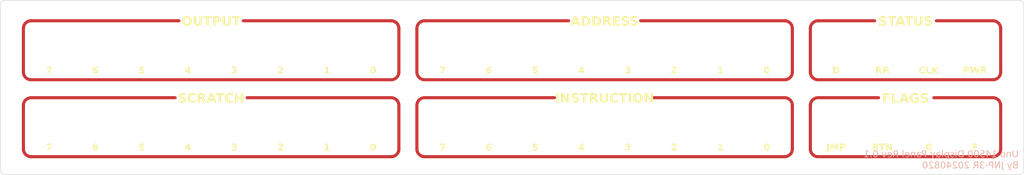
<source format=kicad_pcb>
(kicad_pcb (version 20240108) (generator "pcbnew") (generator_version "8.0")
  (layers (0 "F.Cu" signal) (31 "B.Cu" signal) (34 "B.Paste" user) (35 "F.Paste" user) (36 "B.SilkS" user "B.Silkscreen") (37 "F.SilkS" user "F.Silkscreen") (38 "B.Mask" user) (39 "F.Mask" user) (44 "Edge.Cuts" user))
  (net 0 "")
  (footprint "" (layer "F.Cu") (at 213 95)
    (property "Reference" "" (at 0 0 0) (layer "F.SilkS") (effects (font (size 1.27 1.27))))
    (property "Value" "")
    (pad "" np_thru_hole circle (at 0 0) (size 5.5 5.5) (drill 5.5) (layers "F&B.Cu" "*.Mask"))
  )
  (footprint "" (layer "F.Cu") (at 60 80)
    (property "Reference" "" (at 0 0 0) (layer "F.SilkS") (effects (font (size 1.27 1.27))))
    (property "Value" "")
    (pad "" np_thru_hole circle (at 0 0) (size 5.5 5.5) (drill 5.5) (layers "F&B.Cu" "*.Mask"))
  )
  (footprint "" (layer "F.Cu") (at 163.475 80)
    (property "Reference" "" (at 0 0 0) (layer "F.SilkS") (effects (font (size 1.27 1.27))))
    (property "Value" "")
    (pad "" np_thru_hole circle (at 0 0) (size 5.5 5.5) (drill 5.5) (layers "F&B.Cu" "*.Mask"))
  )
  (footprint "" (layer "F.Cu") (at 105 95)
    (property "Reference" "" (at 0 0 0) (layer "F.SilkS") (effects (font (size 1.27 1.27))))
    (property "Value" "")
    (pad "" np_thru_hole circle (at 0 0) (size 5.5 5.5) (drill 5.5) (layers "F&B.Cu" "*.Mask"))
  )
  (footprint "" (layer "F.Cu") (at 87 80)
    (property "Reference" "" (at 0 0 0) (layer "F.SilkS") (effects (font (size 1.27 1.27))))
    (property "Value" "")
    (pad "" np_thru_hole circle (at 0 0) (size 5.5 5.5) (drill 5.5) (layers "F&B.Cu" "*.Mask"))
  )
  (footprint "MountingHole:MountingHole_3mm" (layer "F.Cu") (at 245.5 87.5)
    (property "Reference" "REF**" (hide yes))
    (property "Value" "MountingHole_3mm" (hide yes))
    (pad "" np_thru_hole circle (at 0 0) (size 3 3) (drill 3) (layers "F&B.Cu" "*.Mask"))
  )
  (footprint "" (layer "F.Cu") (at 145.475 95)
    (property "Reference" "" (at 0 0 0) (layer "F.SilkS") (effects (font (size 1.27 1.27))))
    (property "Value" "")
    (pad "" np_thru_hole circle (at 0 0) (size 5.5 5.5) (drill 5.5) (layers "F&B.Cu" "*.Mask"))
  )
  (footprint "" (layer "F.Cu") (at 231 80)
    (property "Reference" "" (at 0 0 0) (layer "F.SilkS") (effects (font (size 1.27 1.27))))
    (property "Value" "")
    (pad "" np_thru_hole circle (at 0 0) (size 5.5 5.5) (drill 5.5) (layers "F&B.Cu" "*.Mask"))
  )
  (footprint "" (layer "F.Cu") (at 172.475 80)
    (property "Reference" "" (at 0 0 0) (layer "F.SilkS") (effects (font (size 1.27 1.27))))
    (property "Value" "")
    (pad "" np_thru_hole circle (at 0 0) (size 5.5 5.5) (drill 5.5) (layers "F&B.Cu" "*.Mask"))
  )
  (footprint "" (layer "F.Cu") (at 69 95)
    (property "Reference" "" (at 0 0 0) (layer "F.SilkS") (effects (font (size 1.27 1.27))))
    (property "Value" "")
    (pad "" np_thru_hole circle (at 0 0) (size 5.5 5.5) (drill 5.5) (layers "F&B.Cu" "*.Mask"))
  )
  (footprint "" (layer "F.Cu") (at 240 80)
    (property "Reference" "" (at 0 0 0) (layer "F.SilkS") (effects (font (size 1.27 1.27))))
    (property "Value" "")
    (pad "" np_thru_hole circle (at 0 0) (size 5.5 5.5) (drill 5.5) (layers "F&B.Cu" "*.Mask"))
  )
  (footprint "" (layer "F.Cu") (at 78 95)
    (property "Reference" "" (at 0 0 0) (layer "F.SilkS") (effects (font (size 1.27 1.27))))
    (property "Value" "")
    (pad "" np_thru_hole circle (at 0 0) (size 5.5 5.5) (drill 5.5) (layers "F&B.Cu" "*.Mask"))
  )
  (footprint "" (layer "F.Cu") (at 154.475 80)
    (property "Reference" "" (at 0 0 0) (layer "F.SilkS") (effects (font (size 1.27 1.27))))
    (property "Value" "")
    (pad "" np_thru_hole circle (at 0 0) (size 5.5 5.5) (drill 5.5) (layers "F&B.Cu" "*.Mask"))
  )
  (footprint "" (layer "F.Cu") (at 154.475 95)
    (property "Reference" "" (at 0 0 0) (layer "F.SilkS") (effects (font (size 1.27 1.27))))
    (property "Value" "")
    (pad "" np_thru_hole circle (at 0 0) (size 5.5 5.5) (drill 5.5) (layers "F&B.Cu" "*.Mask"))
  )
  (footprint "" (layer "F.Cu") (at 123 80)
    (property "Reference" "" (at 0 0 0) (layer "F.SilkS") (effects (font (size 1.27 1.27))))
    (property "Value" "")
    (pad "" np_thru_hole circle (at 0 0) (size 5.5 5.5) (drill 5.5) (layers "F&B.Cu" "*.Mask"))
  )
  (footprint "" (layer "F.Cu") (at 163.475 95)
    (property "Reference" "" (at 0 0 0) (layer "F.SilkS") (effects (font (size 1.27 1.27))))
    (property "Value" "")
    (pad "" np_thru_hole circle (at 0 0) (size 5.5 5.5) (drill 5.5) (layers "F&B.Cu" "*.Mask"))
  )
  (footprint "" (layer "F.Cu") (at 231 95)
    (property "Reference" "" (at 0 0 0) (layer "F.SilkS") (effects (font (size 1.27 1.27))))
    (property "Value" "")
    (pad "" np_thru_hole circle (at 0 0) (size 5.5 5.5) (drill 5.5) (layers "F&B.Cu" "*.Mask"))
  )
  (footprint "" (layer "F.Cu") (at 199.475 95)
    (property "Reference" "" (at 0 0 0) (layer "F.SilkS") (effects (font (size 1.27 1.27))))
    (property "Value" "")
    (pad "" np_thru_hole circle (at 0 0) (size 5.5 5.5) (drill 5.5) (layers "F&B.Cu" "*.Mask"))
  )
  (footprint "" (layer "F.Cu") (at 69 80)
    (property "Reference" "" (at 0 0 0) (layer "F.SilkS") (effects (font (size 1.27 1.27))))
    (property "Value" "")
    (pad "" np_thru_hole circle (at 0 0) (size 5.5 5.5) (drill 5.5) (layers "F&B.Cu" "*.Mask"))
  )
  (footprint "" (layer "F.Cu") (at 136.475 80)
    (property "Reference" "" (at 0 0 0) (layer "F.SilkS") (effects (font (size 1.27 1.27))))
    (property "Value" "")
    (pad "" np_thru_hole circle (at 0 0) (size 5.5 5.5) (drill 5.5) (layers "F&B.Cu" "*.Mask"))
  )
  (footprint "" (layer "F.Cu") (at 136.475 95)
    (property "Reference" "" (at 0 0 0) (layer "F.SilkS") (effects (font (size 1.27 1.27))))
    (property "Value" "")
    (pad "" np_thru_hole circle (at 0 0) (size 5.5 5.5) (drill 5.5) (layers "F&B.Cu" "*.Mask"))
  )
  (footprint "" (layer "F.Cu") (at 222 95)
    (property "Reference" "" (at 0 0 0) (layer "F.SilkS") (effects (font (size 1.27 1.27))))
    (property "Value" "")
    (pad "" np_thru_hole circle (at 0 0) (size 5.5 5.5) (drill 5.5) (layers "F&B.Cu" "*.Mask"))
  )
  (footprint "" (layer "F.Cu") (at 96 80)
    (property "Reference" "" (at 0 0 0) (layer "F.SilkS") (effects (font (size 1.27 1.27))))
    (property "Value" "")
    (pad "" np_thru_hole circle (at 0 0) (size 5.5 5.5) (drill 5.5) (layers "F&B.Cu" "*.Mask"))
  )
  (footprint "" (layer "F.Cu") (at 60 95)
    (property "Reference" "" (at 0 0 0) (layer "F.SilkS") (effects (font (size 1.27 1.27))))
    (property "Value" "")
    (pad "" np_thru_hole circle (at 0 0) (size 5.5 5.5) (drill 5.5) (layers "F&B.Cu" "*.Mask"))
  )
  (footprint "" (layer "F.Cu") (at 222 80)
    (property "Reference" "" (at 0 0 0) (layer "F.SilkS") (effects (font (size 1.27 1.27))))
    (property "Value" "")
    (pad "" np_thru_hole circle (at 0 0) (size 5.5 5.5) (drill 5.5) (layers "F&B.Cu" "*.Mask"))
  )
  (footprint "" (layer "F.Cu") (at 213 80)
    (property "Reference" "" (at 0 0 0) (layer "F.SilkS") (effects (font (size 1.27 1.27))))
    (property "Value" "")
    (pad "" np_thru_hole circle (at 0 0) (size 5.5 5.5) (drill 5.5) (layers "F&B.Cu" "*.Mask"))
  )
  (footprint "" (layer "F.Cu") (at 181.475 80)
    (property "Reference" "" (at 0 0 0) (layer "F.SilkS") (effects (font (size 1.27 1.27))))
    (property "Value" "")
    (pad "" np_thru_hole circle (at 0 0) (size 5.5 5.5) (drill 5.5) (layers "F&B.Cu" "*.Mask"))
  )
  (footprint "" (layer "F.Cu") (at 87 95)
    (property "Reference" "" (at 0 0 0) (layer "F.SilkS") (effects (font (size 1.27 1.27))))
    (property "Value" "")
    (pad "" np_thru_hole circle (at 0 0) (size 5.5 5.5) (drill 5.5) (layers "F&B.Cu" "*.Mask"))
  )
  (footprint "" (layer "F.Cu") (at 240 95)
    (property "Reference" "" (at 0 0 0) (layer "F.SilkS") (effects (font (size 1.27 1.27))))
    (property "Value" "")
    (pad "" np_thru_hole circle (at 0 0) (size 5.5 5.5) (drill 5.5) (layers "F&B.Cu" "*.Mask"))
  )
  (footprint "" (layer "F.Cu") (at 105 80)
    (property "Reference" "" (at 0 0 0) (layer "F.SilkS") (effects (font (size 1.27 1.27))))
    (property "Value" "")
    (pad "" np_thru_hole circle (at 0 0) (size 5.5 5.5) (drill 5.5) (layers "F&B.Cu" "*.Mask"))
  )
  (footprint "" (layer "F.Cu") (at 114 80)
    (property "Reference" "" (at 0 0 0) (layer "F.SilkS") (effects (font (size 1.27 1.27))))
    (property "Value" "")
    (pad "" np_thru_hole circle (at 0 0) (size 5.5 5.5) (drill 5.5) (layers "F&B.Cu" "*.Mask"))
  )
  (footprint "" (layer "F.Cu") (at 172.475 95)
    (property "Reference" "" (at 0 0 0) (layer "F.SilkS") (effects (font (size 1.27 1.27))))
    (property "Value" "")
    (pad "" np_thru_hole circle (at 0 0) (size 5.5 5.5) (drill 5.5) (layers "F&B.Cu" "*.Mask"))
  )
  (footprint "" (layer "F.Cu") (at 78 80)
    (property "Reference" "" (at 0 0 0) (layer "F.SilkS") (effects (font (size 1.27 1.27))))
    (property "Value" "")
    (pad "" np_thru_hole circle (at 0 0) (size 5.5 5.5) (drill 5.5) (layers "F&B.Cu" "*.Mask"))
  )
  (footprint "" (layer "F.Cu") (at 123 95)
    (property "Reference" "" (at 0 0 0) (layer "F.SilkS") (effects (font (size 1.27 1.27))))
    (property "Value" "")
    (pad "" np_thru_hole circle (at 0 0) (size 5.5 5.5) (drill 5.5) (layers "F&B.Cu" "*.Mask"))
  )
  (footprint "" (layer "F.Cu") (at 190.475 95)
    (property "Reference" "" (at 0 0 0) (layer "F.SilkS") (effects (font (size 1.27 1.27))))
    (property "Value" "")
    (pad "" np_thru_hole circle (at 0 0) (size 5.5 5.5) (drill 5.5) (layers "F&B.Cu" "*.Mask"))
  )
  (footprint "" (layer "F.Cu") (at 181.475 95)
    (property "Reference" "" (at 0 0 0) (layer "F.SilkS") (effects (font (size 1.27 1.27))))
    (property "Value" "")
    (pad "" np_thru_hole circle (at 0 0) (size 5.5 5.5) (drill 5.5) (layers "F&B.Cu" "*.Mask"))
  )
  (footprint "" (layer "F.Cu") (at 190.475 80)
    (property "Reference" "" (at 0 0 0) (layer "F.SilkS") (effects (font (size 1.27 1.27))))
    (property "Value" "")
    (pad "" np_thru_hole circle (at 0 0) (size 5.5 5.5) (drill 5.5) (layers "F&B.Cu" "*.Mask"))
  )
  (footprint "" (layer "F.Cu") (at 145.475 80)
    (property "Reference" "" (at 0 0 0) (layer "F.SilkS") (effects (font (size 1.27 1.27))))
    (property "Value" "")
    (pad "" np_thru_hole circle (at 0 0) (size 5.5 5.5) (drill 5.5) (layers "F&B.Cu" "*.Mask"))
  )
  (footprint "" (layer "F.Cu") (at 114 95)
    (property "Reference" "" (at 0 0 0) (layer "F.SilkS") (effects (font (size 1.27 1.27))))
    (property "Value" "")
    (pad "" np_thru_hole circle (at 0 0) (size 5.5 5.5) (drill 5.5) (layers "F&B.Cu" "*.Mask"))
  )
  (footprint "" (layer "F.Cu") (at 96 95)
    (property "Reference" "" (at 0 0 0) (layer "F.SilkS") (effects (font (size 1.27 1.27))))
    (property "Value" "")
    (pad "" np_thru_hole circle (at 0 0) (size 5.5 5.5) (drill 5.5) (layers "F&B.Cu" "*.Mask"))
  )
  (footprint "MountingHole:MountingHole_3mm" (layer "F.Cu") (at 54.5 87.5)
    (property "Reference" "REF**" (hide yes))
    (property "Value" "MountingHole_3mm" (hide yes))
    (pad "" np_thru_hole circle (at 0 0) (size 3 3) (drill 3) (layers "F&B.Cu" "*.Mask"))
  )
  (footprint "" (layer "F.Cu") (at 199.475 80)
    (property "Reference" "" (at 0 0 0) (layer "F.SilkS") (effects (font (size 1.27 1.27))))
    (property "Value" "")
    (pad "" np_thru_hole circle (at 0 0) (size 5.5 5.5) (drill 5.5) (layers "F&B.Cu" "*.Mask"))
  )
  (gr_line (start 131.5 76) (end 131.5 84.5) (stroke (width 0.6)) (layer "F.Cu"))
  (gr_arc (start 131.5 76) (mid 131.93934 74.93934) (end 133 74.5) (stroke (width 0.6)) (layer "F.Cu"))
  (gr_arc (start 208 91) (mid 208.43934 89.93934) (end 209.5 89.5) (stroke (width 0.6)) (layer "F.Cu"))
  (gr_arc (start 55 91) (mid 55.43934 89.93934) (end 56.5 89.5) (stroke (width 0.6)) (layer "F.Cu"))
  (gr_arc (start 133 101) (mid 131.93934 100.56066) (end 131.5 99.5) (stroke (width 0.6)) (layer "F.Cu"))
  (gr_line (start 220.5 74.5) (end 209.5 74.5) (stroke (width 0.6)) (layer "F.Cu"))
  (gr_arc (start 126.5 74.5) (mid 127.56066 74.93934) (end 128 76) (stroke (width 0.6)) (layer "F.Cu"))
  (gr_line (start 203 74.5) (end 175 74.5) (stroke (width 0.6)) (layer "F.Cu"))
  (gr_line (start 204.5 84.5) (end 204.5 76) (stroke (width 0.6)) (layer "F.Cu"))
  (gr_arc (start 209.5 86) (mid 208.43934 85.56066) (end 208 84.5) (stroke (width 0.6)) (layer "F.Cu"))
  (gr_line (start 133 86) (end 203 86) (stroke (width 0.6)) (layer "F.Cu"))
  (gr_arc (start 204.5 99.5) (mid 204.06066 100.56066) (end 203 101) (stroke (width 0.6)) (layer "F.Cu"))
  (gr_line (start 131.5 91) (end 131.5 99.5) (stroke (width 0.6)) (layer "F.Cu"))
  (gr_arc (start 243.5 74.5) (mid 244.56066 74.93934) (end 245 76) (stroke (width 0.6)) (layer "F.Cu"))
  (gr_arc (start 245 84.5) (mid 244.56066 85.56066) (end 243.5 86) (stroke (width 0.6)) (layer "F.Cu"))
  (gr_arc (start 126.5 89.5) (mid 127.56066 89.93934) (end 128 91) (stroke (width 0.6)) (layer "F.Cu"))
  (gr_line (start 128 84.5) (end 128 76) (stroke (width 0.6)) (layer "F.Cu"))
  (gr_arc (start 209.5 101) (mid 208.43934 100.56066) (end 208 99.5) (stroke (width 0.6)) (layer "F.Cu"))
  (gr_arc (start 203 74.5) (mid 204.06066 74.93934) (end 204.5 76) (stroke (width 0.6)) (layer "F.Cu"))
  (gr_line (start 209.5 101) (end 243.5 101) (stroke (width 0.6)) (layer "F.Cu"))
  (gr_line (start 243.5 74.5) (end 232.5 74.5) (stroke (width 0.6)) (layer "F.Cu"))
  (gr_arc (start 56.5 86) (mid 55.43934 85.56066) (end 55 84.5) (stroke (width 0.6)) (layer "F.Cu"))
  (gr_line (start 56.5 86) (end 126.5 86) (stroke (width 0.6)) (layer "F.Cu"))
  (gr_line (start 208 91) (end 208 99.5) (stroke (width 0.6)) (layer "F.Cu"))
  (gr_line (start 126.5 89.5) (end 98.5 89.5) (stroke (width 0.6)) (layer "F.Cu"))
  (gr_line (start 161 74.5) (end 133 74.5) (stroke (width 0.6)) (layer "F.Cu"))
  (gr_arc (start 131.5 91) (mid 131.93934 89.93934) (end 133 89.5) (stroke (width 0.6)) (layer "F.Cu"))
  (gr_arc (start 56.5 101) (mid 55.43934 100.56066) (end 55 99.5) (stroke (width 0.6)) (layer "F.Cu"))
  (gr_line (start 85.25 74.5) (end 56.5 74.5) (stroke (width 0.6)) (layer "F.Cu"))
  (gr_line (start 203 89.5) (end 177.5 89.5) (stroke (width 0.6)) (layer "F.Cu"))
  (gr_line (start 243.5 89.5) (end 232 89.5) (stroke (width 0.6)) (layer "F.Cu"))
  (gr_arc (start 204.5 84.5) (mid 204.06066 85.56066) (end 203 86) (stroke (width 0.6)) (layer "F.Cu"))
  (gr_line (start 221.25 89.5) (end 209.5 89.5) (stroke (width 0.6)) (layer "F.Cu"))
  (gr_line (start 126.5 74.5) (end 97.75 74.5) (stroke (width 0.6)) (layer "F.Cu"))
  (gr_arc (start 128 99.5) (mid 127.56066 100.56066) (end 126.5 101) (stroke (width 0.6)) (layer "F.Cu"))
  (gr_arc (start 245 99.5) (mid 244.56066 100.56066) (end 243.5 101) (stroke (width 0.6)) (layer "F.Cu"))
  (gr_line (start 245 84.5) (end 245 76) (stroke (width 0.6)) (layer "F.Cu"))
  (gr_arc (start 203 89.5) (mid 204.06066 89.93934) (end 204.5 91) (stroke (width 0.6)) (layer "F.Cu"))
  (gr_line (start 209.5 86) (end 243.5 86) (stroke (width 0.6)) (layer "F.Cu"))
  (gr_line (start 204.5 99.5) (end 204.5 91) (stroke (width 0.6)) (layer "F.Cu"))
  (gr_arc (start 243.5 89.5) (mid 244.56066 89.93934) (end 245 91) (stroke (width 0.6)) (layer "F.Cu"))
  (gr_line (start 84.5 89.5) (end 56.5 89.5) (stroke (width 0.6)) (layer "F.Cu"))
  (gr_line (start 133 101) (end 203 101) (stroke (width 0.6)) (layer "F.Cu"))
  (gr_line (start 158.25 89.5) (end 133 89.5) (stroke (width 0.6)) (layer "F.Cu"))
  (gr_line (start 208 76) (end 208 84.5) (stroke (width 0.6)) (layer "F.Cu"))
  (gr_line (start 245 99.5) (end 245 91) (stroke (width 0.6)) (layer "F.Cu"))
  (gr_arc (start 128 84.5) (mid 127.56066 85.56066) (end 126.5 86) (stroke (width 0.6)) (layer "F.Cu"))
  (gr_line (start 55 91) (end 55 99.5) (stroke (width 0.6)) (layer "F.Cu"))
  (gr_arc (start 208 76) (mid 208.43934 74.93934) (end 209.5 74.5) (stroke (width 0.6)) (layer "F.Cu"))
  (gr_arc (start 55 76) (mid 55.43934 74.93934) (end 56.5 74.5) (stroke (width 0.6)) (layer "F.Cu"))
  (gr_line (start 55 76) (end 55 84.5) (stroke (width 0.6)) (layer "F.Cu"))
  (gr_arc (start 133 86) (mid 131.93934 85.56066) (end 131.5 84.5) (stroke (width 0.6)) (layer "F.Cu"))
  (gr_line (start 128 99.5) (end 128 91) (stroke (width 0.6)) (layer "F.Cu"))
  (gr_line (start 56.5 101) (end 126.5 101) (stroke (width 0.6)) (layer "F.Cu"))
  (gr_arc (start 51.5 104.5) (mid 50.792893 104.207107) (end 50.5 103.5) (stroke (width 0.1)) (layer "Edge.Cuts"))
  (gr_line (start 248.5 70.5) (end 51.5 70.5) (stroke (width 0.1)) (layer "Edge.Cuts"))
  (gr_arc (start 249.5 103.5) (mid 249.207107 104.207107) (end 248.5 104.5) (stroke (width 0.1)) (layer "Edge.Cuts"))
  (gr_line (start 51.5 104.5) (end 248.5 104.5) (stroke (width 0.1)) (layer "Edge.Cuts"))
  (gr_line (start 249.5 103.5) (end 249.5 71.5) (stroke (width 0.1)) (layer "Edge.Cuts"))
  (gr_line (start 50.5 71.5) (end 50.5 103.5) (stroke (width 0.1)) (layer "Edge.Cuts"))
  (gr_arc (start 50.5 71.5) (mid 50.792893 70.792893) (end 51.5 70.5) (stroke (width 0.1)) (layer "Edge.Cuts"))
  (gr_arc (start 248.5 70.5) (mid 249.207107 70.792893) (end 249.5 71.5) (stroke (width 0.1)) (layer "Edge.Cuts"))
  (gr_text "Uno 14500 Display Panel Rev 0.1\nBy JNP-3R 20240820" (at 248.5 103.5 0) (layer "B.SilkS") (effects (font (size 1.3 1.3) (thickness 0.1)) (justify left bottom mirror)))
  (gr_text "0" (at 199.5 85 0) (layer "F.SilkS") (effects (font (size 1.3 1.3) (thickness 0.26) (bold yes)) (justify bottom)))
  (gr_text "CLK" (at 231 85 0) (layer "F.SilkS") (effects (font (size 1.3 1.3) (thickness 0.26) (bold yes)) (justify bottom)))
  (gr_text "6" (at 145.5 85 0) (layer "F.SilkS") (effects (font (size 1.3 1.3) (thickness 0.26) (bold yes)) (justify bottom)))
  (gr_text "5" (at 78 100 0) (layer "F.SilkS") (effects (font (size 1.3 1.3) (thickness 0.26) (bold yes)) (justify bottom)))
  (gr_text "6" (at 145.5 100 0) (layer "F.SilkS") (effects (font (size 1.3 1.3) (thickness 0.26) (bold yes)) (justify bottom)))
  (gr_text "0" (at 199.5 100 0) (layer "F.SilkS") (effects (font (size 1.3 1.3) (thickness 0.26) (bold yes)) (justify bottom)))
  (gr_text "3" (at 96 85 0) (layer "F.SilkS") (effects (font (size 1.3 1.3) (thickness 0.26) (bold yes)) (justify bottom)))
  (gr_text "4" (at 163.5 85 0) (layer "F.SilkS") (effects (font (size 1.3 1.3) (thickness 0.26) (bold yes)) (justify bottom)))
  (gr_text "ADDRESS" (at 168 75.75 0) (layer "F.SilkS") (effects (font (size 1.8 1.8) (thickness 0.3) (bold yes)) (justify bottom)))
  (gr_text "1" (at 190.5 100 0) (layer "F.SilkS") (effects (font (size 1.3 1.3) (thickness 0.26) (bold yes)) (justify bottom)))
  (gr_text "F" (at 240 100 0) (layer "F.SilkS") (effects (font (size 1.3 1.3) (thickness 0.26) (bold yes)) (justify bottom)))
  (gr_text "1" (at 190.5 85 0) (layer "F.SilkS") (effects (font (size 1.3 1.3) (thickness 0.26) (bold yes)) (justify bottom)))
  (gr_text "7" (at 60 85 0) (layer "F.SilkS") (effects (font (size 1.3 1.3) (thickness 0.26) (bold yes)) (justify bottom)))
  (gr_text "FLAGS" (at 226.5 90.75 0) (layer "F.SilkS") (effects (font (size 1.8 1.8) (thickness 0.3) (bold yes)) (justify bottom)))
  (gr_text "2" (at 105 85 0) (layer "F.SilkS") (effects (font (size 1.3 1.3) (thickness 0.26) (bold yes)) (justify bottom)))
  (gr_text "0" (at 123 100 0) (layer "F.SilkS") (effects (font (size 1.3 1.3) (thickness 0.26) (bold yes)) (justify bottom)))
  (gr_text "7" (at 60 100 0) (layer "F.SilkS") (effects (font (size 1.3 1.3) (thickness 0.26) (bold yes)) (justify bottom)))
  (gr_text "RTN" (at 222 100 0) (layer "F.SilkS") (effects (font (size 1.3 1.3) (thickness 0.26) (bold yes)) (justify bottom)))
  (gr_text "2" (at 181.5 85 0) (layer "F.SilkS") (effects (font (size 1.3 1.3) (thickness 0.26) (bold yes)) (justify bottom)))
  (gr_text "4" (at 87 85 0) (layer "F.SilkS") (effects (font (size 1.3 1.3) (thickness 0.26) (bold yes)) (justify bottom)))
  (gr_text "0" (at 231 100 0) (layer "F.SilkS") (effects (font (size 1.3 1.3) (thickness 0.26) (bold yes)) (justify bottom)))
  (gr_text "JMP" (at 213 100 0) (layer "F.SilkS") (effects (font (size 1.3 1.3) (thickness 0.26) (bold yes)) (justify bottom)))
  (gr_text "6" (at 69 85 0) (layer "F.SilkS") (effects (font (size 1.3 1.3) (thickness 0.26) (bold yes)) (justify bottom)))
  (gr_text "PWR" (at 240 85 0) (layer "F.SilkS") (effects (font (size 1.3 1.3) (thickness 0.26) (bold yes)) (justify bottom)))
  (gr_text "1" (at 114 85 0) (layer "F.SilkS") (effects (font (size 1.3 1.3) (thickness 0.26) (bold yes)) (justify bottom)))
  (gr_text "4" (at 163.5 100 0) (layer "F.SilkS") (effects (font (size 1.3 1.3) (thickness 0.26) (bold yes)) (justify bottom)))
  (gr_text "STATUS" (at 226.5 75.75 0) (layer "F.SilkS") (effects (font (size 1.8 1.8) (thickness 0.3) (bold yes)) (justify bottom)))
  (gr_text "4" (at 87 100 0) (layer "F.SilkS") (effects (font (size 1.3 1.3) (thickness 0.26) (bold yes)) (justify bottom)))
  (gr_text "5" (at 78 85 0) (layer "F.SilkS") (effects (font (size 1.3 1.3) (thickness 0.26) (bold yes)) (justify bottom)))
  (gr_text "1" (at 114 100 0) (layer "F.SilkS") (effects (font (size 1.3 1.3) (thickness 0.26) (bold yes)) (justify bottom)))
  (gr_text "3" (at 172.5 100 0) (layer "F.SilkS") (effects (font (size 1.3 1.3) (thickness 0.26) (bold yes)) (justify bottom)))
  (gr_text "7" (at 136.5 100 0) (layer "F.SilkS") (effects (font (size 1.3 1.3) (thickness 0.26) (bold yes)) (justify bottom)))
  (gr_text "2" (at 181.5 100 0) (layer "F.SilkS") (effects (font (size 1.3 1.3) (thickness 0.26) (bold yes)) (justify bottom)))
  (gr_text "2" (at 105 100 0) (layer "F.SilkS") (effects (font (size 1.3 1.3) (thickness 0.26) (bold yes)) (justify bottom)))
  (gr_text "0" (at 123 85 0) (layer "F.SilkS") (effects (font (size 1.3 1.3) (thickness 0.26) (bold yes)) (justify bottom)))
  (gr_text "5" (at 154.5 100 0) (layer "F.SilkS") (effects (font (size 1.3 1.3) (thickness 0.26) (bold yes)) (justify bottom)))
  (gr_text "3" (at 172.5 85 0) (layer "F.SilkS") (effects (font (size 1.3 1.3) (thickness 0.26) (bold yes)) (justify bottom)))
  (gr_text "5" (at 154.5 85 0) (layer "F.SilkS") (effects (font (size 1.3 1.3) (thickness 0.26) (bold yes)) (justify bottom)))
  (gr_text "6" (at 69 100 0) (layer "F.SilkS") (effects (font (size 1.3 1.3) (thickness 0.26) (bold yes)) (justify bottom)))
  (gr_text "D" (at 213 85 0) (layer "F.SilkS") (effects (font (size 1.3 1.3) (thickness 0.26) (bold yes)) (justify bottom)))
  (gr_text "RR" (at 222 85 0) (layer "F.SilkS") (effects (font (size 1.3 1.3) (thickness 0.26) (bold yes)) (justify bottom)))
  (gr_text "OUTPUT" (at 91.5 75.75 0) (layer "F.SilkS") (effects (font (size 1.8 1.8) (thickness 0.3) (bold yes)) (justify bottom)))
  (gr_text "SCRATCH" (at 91.5 90.75 0) (layer "F.SilkS") (effects (font (size 1.8 1.8) (thickness 0.3) (bold yes)) (justify bottom)))
  (gr_text "3" (at 96 100 0) (layer "F.SilkS") (effects (font (size 1.3 1.3) (thickness 0.26) (bold yes)) (justify bottom)))
  (gr_text "7" (at 136.5 85 0) (layer "F.SilkS") (effects (font (size 1.3 1.3) (thickness 0.26) (bold yes)) (justify bottom)))
  (gr_text "INSTRUCTION" (at 168 90.75 0) (layer "F.SilkS") (effects (font (size 1.8 1.8) (thickness 0.3) (bold yes)) (justify bottom)))
  (segment (start 232.25 80) (end 231.14 78.89) (width 0.3) (layer "F.Cu") (net 0))
  (segment (start 232.25 95) (end 232.25 95.09) (width 0.3) (layer "B.Cu") (net 0))
  (segment (start 241.25 95) (end 241.3 94.95) (width 0.3) (layer "B.Cu") (net 0))
  (segment (start 238.61 95) (end 238.71 95) (width 0.3) (layer "B.Cu") (net 0))
)
</source>
